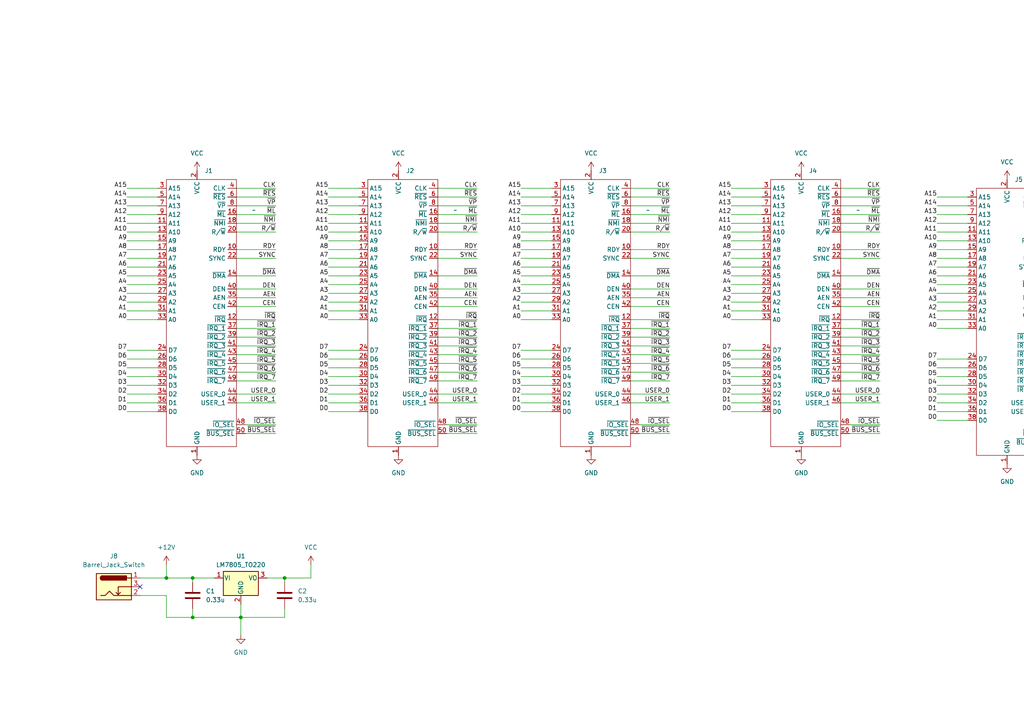
<source format=kicad_sch>
(kicad_sch (version 20230121) (generator eeschema)
  (paper "A4")
  (lib_symbols
    (symbol "Connector:Barrel_Jack_Switch" (pin_names hide)
      (property "Reference" "J" (at 0 5.334 0))
      (property "Value" "Barrel_Jack_Switch" (at 0 -5.08 0))
      (symbol "Barrel_Jack_Switch_0_1"
        (rectangle (start -5.08 3.81) (end 5.08 -3.81) (stroke (width 0.254)) (fill (type background)))
        (arc (start -3.302 3.175) (mid -3.9343 2.54) (end -3.302 1.905) (stroke (width 0.254)))
        (arc (start -3.302 3.175) (mid -3.9343 2.54) (end -3.302 1.905) (stroke (width 0.254)) (fill (type outline)))
        (polyline (pts (xy 1.27 -2.286) (xy 1.905 -1.651)) (stroke (width 0.254)))
        (polyline (pts (xy 5.08 2.54) (xy 3.81 2.54)) (stroke (width 0.254)))
        (polyline (pts (xy 5.08 0) (xy 1.27 0) (xy 1.27 -2.286) (xy 0.635 -1.651)) (stroke (width 0.254)))
        (polyline (pts (xy -3.81 -2.54) (xy -2.54 -2.54) (xy -1.27 -1.27) (xy 0 -2.54) (xy 2.54 -2.54) (xy 5.08 -2.54)) (stroke (width 0.254)))
        (rectangle (start 3.683 3.175) (end -3.302 1.905) (stroke (width 0.254)) (fill (type outline)))
      )
      (symbol "Barrel_Jack_Switch_1_1"
        (pin passive line (at 7.62 2.54 180) (length 2.54) (name "~") (number "1"))
        (pin passive line (at 7.62 -2.54 180) (length 2.54) (name "~") (number "2"))
        (pin passive line (at 7.62 0 180) (length 2.54) (name "~") (number "3"))
      )
    )
    (symbol "Device:C" (pin_numbers hide) (pin_names (offset 0.254))
      (property "Reference" "C" (at 0.635 2.54 0))
      (property "Value" "C" (at 0.635 -2.54 0))
      (symbol "C_0_1"
        (polyline (pts (xy -2.032 -0.762) (xy 2.032 -0.762)) (stroke (width 0.508)))
        (polyline (pts (xy -2.032 0.762) (xy 2.032 0.762)) (stroke (width 0.508)))
      )
      (symbol "C_1_1"
        (pin passive line (at 0 3.81 270) (length 2.794) (name "~") (number "1"))
        (pin passive line (at 0 -3.81 90) (length 2.794) (name "~") (number "2"))
      )
    )
    (symbol "Regulator_Linear:LM7805_TO220" (pin_names (offset 0.254))
      (property "Reference" "U" (at -3.81 3.175 0))
      (property "Value" "LM7805_TO220" (at 0 3.175 0))
      (symbol "LM7805_TO220_0_1"
        (rectangle (start -5.08 1.905) (end 5.08 -5.08) (stroke (width 0.254)) (fill (type background)))
      )
      (symbol "LM7805_TO220_1_1"
        (pin power_in line (at -7.62 0 0) (length 2.54) (name "VI") (number "1"))
        (pin power_in line (at 0 -7.62 90) (length 2.54) (name "GND") (number "2"))
        (pin power_out line (at 7.62 0 180) (length 2.54) (name "VO") (number "3"))
      )
    )
    (symbol "fp65:fp65_backplane"
      (property "Reference" "J" (at 2.54 35.56 0))
      (symbol "fp65_backplane_0_1"
        (rectangle (start -8.89 33.02) (end 11.43 -44.45))
      )
      (symbol "fp65_backplane_1_0"
        (pin input line (at 0 -46.99 90) (length 2.54) (name "GND") (number "1"))
        (pin input line (at 11.43 12.7 180) (length 2.54) (name "RDY") (number "10"))
        (pin input line (at -11.43 20.32 0) (length 2.54) (name "A11") (number "11"))
        (pin input line (at 11.43 -7.62 180) (length 2.54) (name "~{IRQ}") (number "12"))
        (pin input line (at -11.43 17.78 0) (length 2.54) (name "A10") (number "13"))
        (pin open_collector line (at 11.43 5.08 180) (length 2.54) (name "~{DMA}") (number "14"))
        (pin input line (at -11.43 15.24 0) (length 2.54) (name "A9") (number "15"))
        (pin input line (at 11.43 22.86 180) (length 2.54) (name "~{ML}") (number "16"))
        (pin input line (at -11.43 12.7 0) (length 2.54) (name "A8") (number "17"))
        (pin input line (at 11.43 20.32 180) (length 2.54) (name "~{NMI}") (number "18"))
        (pin input line (at -11.43 10.16 0) (length 2.54) (name "A7") (number "19"))
        (pin input line (at 0 35.56 270) (length 2.54) (name "VCC") (number "2"))
        (pin input line (at 11.43 17.78 180) (length 2.54) (name "R/~{W}") (number "20"))
        (pin input line (at -11.43 7.62 0) (length 2.54) (name "A6") (number "21"))
        (pin input line (at 11.43 10.16 180) (length 2.54) (name "SYNC") (number "22"))
        (pin input line (at -11.43 5.08 0) (length 2.54) (name "A5") (number "23"))
        (pin input line (at -11.43 -16.51 0) (length 2.54) (name "D7") (number "24"))
        (pin input line (at -11.43 2.54 0) (length 2.54) (name "A4") (number "25"))
        (pin input line (at -11.43 -19.05 0) (length 2.54) (name "D6") (number "26"))
        (pin input line (at -11.43 0 0) (length 2.54) (name "A3") (number "27"))
        (pin input line (at -11.43 -21.59 0) (length 2.54) (name "D5") (number "28"))
        (pin input line (at -11.43 -2.54 0) (length 2.54) (name "A2") (number "29"))
        (pin input line (at -11.43 -24.13 0) (length 2.54) (name "D4") (number "30"))
        (pin input line (at -11.43 -5.08 0) (length 2.54) (name "A1") (number "31"))
        (pin input line (at -11.43 -26.67 0) (length 2.54) (name "D3") (number "32"))
        (pin input line (at -11.43 -7.62 0) (length 2.54) (name "A0") (number "33"))
        (pin input line (at -11.43 -29.21 0) (length 2.54) (name "D2") (number "34"))
        (pin open_collector line (at 11.43 -1.27 180) (length 2.54) (name "AEN") (number "35"))
        (pin input line (at -11.43 -31.75 0) (length 2.54) (name "D1") (number "36"))
        (pin input line (at 11.43 -10.16 180) (length 2.54) (name "~{IRQ_1}") (number "37"))
        (pin input line (at -11.43 -34.29 0) (length 2.54) (name "D0") (number "38"))
        (pin input line (at 11.43 -12.7 180) (length 2.54) (name "~{IRQ_2}") (number "39"))
        (pin input line (at 11.43 30.48 180) (length 2.54) (name "CLK") (number "4"))
        (pin open_collector line (at 11.43 1.27 180) (length 2.54) (name "DEN") (number "40"))
        (pin input line (at 11.43 -15.24 180) (length 2.54) (name "~{IRQ_3}") (number "41"))
        (pin open_collector line (at 11.43 -3.81 180) (length 2.54) (name "CEN") (number "42"))
        (pin input line (at 11.43 -17.78 180) (length 2.54) (name "~{IRQ_4}") (number "43"))
        (pin input line (at 11.43 -29.21 180) (length 2.54) (name "USER_0") (number "44"))
        (pin input line (at 11.43 -20.32 180) (length 2.54) (name "~{IRQ_5}") (number "45"))
        (pin input line (at 11.43 -31.75 180) (length 2.54) (name "USER_1") (number "46"))
        (pin input line (at 11.43 -22.86 180) (length 2.54) (name "~{IRQ_6}") (number "47"))
        (pin input line (at 13.97 -38.1 180) (length 2.54) (name "~{IO_SEL}") (number "48"))
        (pin input line (at 11.43 -25.4 180) (length 2.54) (name "~{IRQ_7}") (number "49"))
        (pin input line (at -11.43 27.94 0) (length 2.54) (name "A14") (number "5"))
        (pin input line (at 13.97 -40.64 180) (length 2.54) (name "~{BUS_SEL}") (number "50"))
        (pin input line (at 11.43 27.94 180) (length 2.54) (name "~{RES}") (number "6"))
        (pin input line (at -11.43 25.4 0) (length 2.54) (name "A13") (number "7"))
        (pin input line (at 11.43 25.4 180) (length 2.54) (name "~{VP}") (number "8"))
        (pin input line (at -11.43 22.86 0) (length 2.54) (name "A12") (number "9"))
      )
      (symbol "fp65_backplane_1_1"
        (pin input line (at -11.43 30.48 0) (length 2.54) (name "A15") (number "3"))
      )
    )
    (symbol "power:+12V" (power) (pin_names (offset 0))
      (property "Value" "+12V" (at 0 3.556 0))
      (symbol "+12V_0_1"
        (polyline (pts (xy -0.762 1.27) (xy 0 2.54)))
        (polyline (pts (xy 0 0) (xy 0 2.54)))
        (polyline (pts (xy 0 2.54) (xy 0.762 1.27)))
      )
      (symbol "+12V_1_1"
        (pin power_in line (at 0 0 90) (length 0) hide (name "+12V") (number "1"))
      )
    )
    (symbol "power:GND" (power) (pin_names (offset 0))
      (property "Value" "GND" (at 0 -3.81 0))
      (symbol "GND_0_1"
        (polyline (pts (xy 0 0) (xy 0 -1.27) (xy 1.27 -1.27) (xy 0 -2.54) (xy -1.27 -1.27) (xy 0 -1.27)))
      )
      (symbol "GND_1_1"
        (pin power_in line (at 0 0 270) (length 0) hide (name "GND") (number "1"))
      )
    )
    (symbol "power:VCC" (power) (pin_names (offset 0))
      (property "Value" "VCC" (at 0 3.81 0))
      (symbol "VCC_0_1"
        (polyline (pts (xy -0.762 1.27) (xy 0 2.54)))
        (polyline (pts (xy 0 0) (xy 0 2.54)))
        (polyline (pts (xy 0 2.54) (xy 0.762 1.27)))
      )
      (symbol "VCC_1_1"
        (pin power_in line (at 0 0 90) (length 0) hide (name "VCC") (number "1"))
      )
    )
  )
  (junction (at 69.85 179.07))
  (junction (at 82.55 167.64))
  (junction (at 55.88 179.07))
  (junction (at 48.26 167.64))
  (junction (at 55.88 167.64))
  (no_connect (at 40.64 170.18))
  (wire (pts (xy 303.53 97.79) (xy 314.96 97.79)))
  (wire (pts (xy 80.01 123.19) (xy 71.12 123.19)))
  (wire (pts (xy 68.58 116.84) (xy 80.01 116.84)))
  (wire (pts (xy 212.09 114.3) (xy 220.98 114.3)))
  (wire (pts (xy 243.84 105.41) (xy 255.27 105.41)))
  (wire (pts (xy 271.78 111.76) (xy 280.67 111.76)))
  (wire (pts (xy 182.88 102.87) (xy 194.31 102.87)))
  (wire (pts (xy 55.88 179.07) (xy 69.85 179.07)))
  (wire (pts (xy 36.83 90.17) (xy 45.72 90.17)))
  (wire (pts (xy 332.74 110.49) (xy 341.63 110.49)))
  (wire (pts (xy 332.74 81.28) (xy 341.63 81.28)))
  (wire (pts (xy 314.96 128.27) (xy 306.07 128.27)))
  (wire (pts (xy 68.58 105.41) (xy 80.01 105.41)))
  (wire (pts (xy 36.83 114.3) (xy 45.72 114.3)))
  (wire (pts (xy 212.09 74.93) (xy 220.98 74.93)))
  (wire (pts (xy 364.49 60.96) (xy 375.92 60.96)))
  (wire (pts (xy 95.25 101.6) (xy 104.14 101.6)))
  (wire (pts (xy 95.25 85.09) (xy 104.14 85.09)))
  (wire (pts (xy 36.83 77.47) (xy 45.72 77.47)))
  (wire (pts (xy 80.01 125.73) (xy 71.12 125.73)))
  (wire (pts (xy 332.74 115.57) (xy 341.63 115.57)))
  (wire (pts (xy 82.55 167.64) (xy 82.55 168.91)))
  (wire (pts (xy 36.83 57.15) (xy 45.72 57.15)))
  (wire (pts (xy 332.74 86.36) (xy 341.63 86.36)))
  (wire (pts (xy 271.78 80.01) (xy 280.67 80.01)))
  (wire (pts (xy 332.74 60.96) (xy 341.63 60.96)))
  (wire (pts (xy 182.88 59.69) (xy 194.31 59.69)))
  (wire (pts (xy 364.49 120.65) (xy 375.92 120.65)))
  (wire (pts (xy 243.84 100.33) (xy 255.27 100.33)))
  (wire (pts (xy 127 59.69) (xy 138.43 59.69)))
  (wire (pts (xy 55.88 167.64) (xy 62.23 167.64)))
  (wire (pts (xy 332.74 120.65) (xy 341.63 120.65)))
  (wire (pts (xy 212.09 85.09) (xy 220.98 85.09)))
  (wire (pts (xy 127 88.9) (xy 138.43 88.9)))
  (wire (pts (xy 303.53 74.93) (xy 314.96 74.93)))
  (wire (pts (xy 182.88 80.01) (xy 194.31 80.01)))
  (wire (pts (xy 68.58 95.25) (xy 80.01 95.25)))
  (wire (pts (xy 90.17 163.83) (xy 90.17 167.64)))
  (wire (pts (xy 271.78 77.47) (xy 280.67 77.47)))
  (wire (pts (xy 151.13 106.68) (xy 160.02 106.68)))
  (wire (pts (xy 182.88 116.84) (xy 194.31 116.84)))
  (wire (pts (xy 303.53 113.03) (xy 314.96 113.03)))
  (wire (pts (xy 36.83 85.09) (xy 45.72 85.09)))
  (wire (pts (xy 364.49 111.76) (xy 375.92 111.76)))
  (wire (pts (xy 212.09 62.23) (xy 220.98 62.23)))
  (wire (pts (xy 332.74 91.44) (xy 341.63 91.44)))
  (wire (pts (xy 151.13 72.39) (xy 160.02 72.39)))
  (wire (pts (xy 151.13 104.14) (xy 160.02 104.14)))
  (wire (pts (xy 271.78 119.38) (xy 280.67 119.38)))
  (wire (pts (xy 182.88 97.79) (xy 194.31 97.79)))
  (wire (pts (xy 36.83 92.71) (xy 45.72 92.71)))
  (wire (pts (xy 364.49 83.82) (xy 375.92 83.82)))
  (wire (pts (xy 151.13 57.15) (xy 160.02 57.15)))
  (wire (pts (xy 151.13 119.38) (xy 160.02 119.38)))
  (wire (pts (xy 271.78 104.14) (xy 280.67 104.14)))
  (wire (pts (xy 68.58 72.39) (xy 80.01 72.39)))
  (wire (pts (xy 364.49 71.12) (xy 375.92 71.12)))
  (wire (pts (xy 303.53 62.23) (xy 314.96 62.23)))
  (wire (pts (xy 127 107.95) (xy 138.43 107.95)))
  (wire (pts (xy 271.78 59.69) (xy 280.67 59.69)))
  (wire (pts (xy 151.13 101.6) (xy 160.02 101.6)))
  (wire (pts (xy 69.85 175.26) (xy 69.85 179.07)))
  (wire (pts (xy 243.84 80.01) (xy 255.27 80.01)))
  (wire (pts (xy 127 62.23) (xy 138.43 62.23)))
  (wire (pts (xy 69.85 179.07) (xy 69.85 184.15)))
  (wire (pts (xy 151.13 85.09) (xy 160.02 85.09)))
  (wire (pts (xy 127 97.79) (xy 138.43 97.79)))
  (wire (pts (xy 212.09 82.55) (xy 220.98 82.55)))
  (wire (pts (xy 36.83 106.68) (xy 45.72 106.68)))
  (wire (pts (xy 182.88 88.9) (xy 194.31 88.9)))
  (wire (pts (xy 332.74 66.04) (xy 341.63 66.04)))
  (wire (pts (xy 332.74 83.82) (xy 341.63 83.82)))
  (wire (pts (xy 95.25 111.76) (xy 104.14 111.76)))
  (wire (pts (xy 303.53 119.38) (xy 314.96 119.38)))
  (wire (pts (xy 271.78 114.3) (xy 280.67 114.3)))
  (wire (pts (xy 90.17 167.64) (xy 82.55 167.64)))
  (wire (pts (xy 255.27 125.73) (xy 246.38 125.73)))
  (wire (pts (xy 332.74 76.2) (xy 341.63 76.2)))
  (wire (pts (xy 212.09 116.84) (xy 220.98 116.84)))
  (wire (pts (xy 127 83.82) (xy 138.43 83.82)))
  (wire (pts (xy 212.09 92.71) (xy 220.98 92.71)))
  (wire (pts (xy 364.49 99.06) (xy 375.92 99.06)))
  (wire (pts (xy 364.49 106.68) (xy 375.92 106.68)))
  (wire (pts (xy 243.84 62.23) (xy 255.27 62.23)))
  (wire (pts (xy 182.88 64.77) (xy 194.31 64.77)))
  (wire (pts (xy 151.13 67.31) (xy 160.02 67.31)))
  (wire (pts (xy 243.84 114.3) (xy 255.27 114.3)))
  (wire (pts (xy 82.55 167.64) (xy 77.47 167.64)))
  (wire (pts (xy 303.53 91.44) (xy 314.96 91.44)))
  (wire (pts (xy 332.74 58.42) (xy 341.63 58.42)))
  (wire (pts (xy 36.83 69.85) (xy 45.72 69.85)))
  (wire (pts (xy 95.25 92.71) (xy 104.14 92.71)))
  (wire (pts (xy 364.49 63.5) (xy 375.92 63.5)))
  (wire (pts (xy 36.83 54.61) (xy 45.72 54.61)))
  (wire (pts (xy 182.88 74.93) (xy 194.31 74.93)))
  (wire (pts (xy 303.53 67.31) (xy 314.96 67.31)))
  (wire (pts (xy 95.25 59.69) (xy 104.14 59.69)))
  (wire (pts (xy 82.55 176.53) (xy 82.55 179.07)))
  (wire (pts (xy 95.25 64.77) (xy 104.14 64.77)))
  (wire (pts (xy 138.43 125.73) (xy 129.54 125.73)))
  (wire (pts (xy 68.58 57.15) (xy 80.01 57.15)))
  (wire (pts (xy 68.58 83.82) (xy 80.01 83.82)))
  (wire (pts (xy 36.83 67.31) (xy 45.72 67.31)))
  (wire (pts (xy 68.58 62.23) (xy 80.01 62.23)))
  (wire (pts (xy 95.25 114.3) (xy 104.14 114.3)))
  (wire (pts (xy 271.78 109.22) (xy 280.67 109.22)))
  (wire (pts (xy 95.25 82.55) (xy 104.14 82.55)))
  (wire (pts (xy 127 100.33) (xy 138.43 100.33)))
  (wire (pts (xy 48.26 163.83) (xy 48.26 167.64)))
  (wire (pts (xy 151.13 111.76) (xy 160.02 111.76)))
  (wire (pts (xy 127 114.3) (xy 138.43 114.3)))
  (wire (pts (xy 243.84 67.31) (xy 255.27 67.31)))
  (wire (pts (xy 303.53 102.87) (xy 314.96 102.87)))
  (wire (pts (xy 182.88 86.36) (xy 194.31 86.36)))
  (wire (pts (xy 271.78 57.15) (xy 280.67 57.15)))
  (wire (pts (xy 127 57.15) (xy 138.43 57.15)))
  (wire (pts (xy 375.92 127) (xy 367.03 127)))
  (wire (pts (xy 271.78 92.71) (xy 280.67 92.71)))
  (wire (pts (xy 212.09 64.77) (xy 220.98 64.77)))
  (wire (pts (xy 314.96 125.73) (xy 306.07 125.73)))
  (wire (pts (xy 255.27 123.19) (xy 246.38 123.19)))
  (wire (pts (xy 48.26 167.64) (xy 55.88 167.64)))
  (wire (pts (xy 182.88 57.15) (xy 194.31 57.15)))
  (wire (pts (xy 127 92.71) (xy 138.43 92.71)))
  (wire (pts (xy 364.49 58.42) (xy 375.92 58.42)))
  (wire (pts (xy 212.09 54.61) (xy 220.98 54.61)))
  (wire (pts (xy 364.49 92.71) (xy 375.92 92.71)))
  (wire (pts (xy 332.74 113.03) (xy 341.63 113.03)))
  (wire (pts (xy 127 116.84) (xy 138.43 116.84)))
  (wire (pts (xy 151.13 116.84) (xy 160.02 116.84)))
  (wire (pts (xy 36.83 109.22) (xy 45.72 109.22)))
  (wire (pts (xy 364.49 109.22) (xy 375.92 109.22)))
  (wire (pts (xy 151.13 62.23) (xy 160.02 62.23)))
  (wire (pts (xy 182.88 100.33) (xy 194.31 100.33)))
  (wire (pts (xy 151.13 90.17) (xy 160.02 90.17)))
  (wire (pts (xy 243.84 64.77) (xy 255.27 64.77)))
  (wire (pts (xy 182.88 62.23) (xy 194.31 62.23)))
  (wire (pts (xy 303.53 82.55) (xy 314.96 82.55)))
  (wire (pts (xy 68.58 97.79) (xy 80.01 97.79)))
  (wire (pts (xy 95.25 57.15) (xy 104.14 57.15)))
  (wire (pts (xy 182.88 95.25) (xy 194.31 95.25)))
  (wire (pts (xy 332.74 63.5) (xy 341.63 63.5)))
  (wire (pts (xy 212.09 90.17) (xy 220.98 90.17)))
  (wire (pts (xy 271.78 72.39) (xy 280.67 72.39)))
  (wire (pts (xy 68.58 74.93) (xy 80.01 74.93)))
  (wire (pts (xy 364.49 101.6) (xy 375.92 101.6)))
  (wire (pts (xy 212.09 57.15) (xy 220.98 57.15)))
  (wire (pts (xy 48.26 172.72) (xy 48.26 179.07)))
  (wire (pts (xy 95.25 104.14) (xy 104.14 104.14)))
  (wire (pts (xy 364.49 76.2) (xy 375.92 76.2)))
  (wire (pts (xy 271.78 106.68) (xy 280.67 106.68)))
  (wire (pts (xy 182.88 114.3) (xy 194.31 114.3)))
  (wire (pts (xy 36.83 72.39) (xy 45.72 72.39)))
  (wire (pts (xy 36.83 74.93) (xy 45.72 74.93)))
  (wire (pts (xy 243.84 74.93) (xy 255.27 74.93)))
  (wire (pts (xy 151.13 92.71) (xy 160.02 92.71)))
  (wire (pts (xy 151.13 74.93) (xy 160.02 74.93)))
  (wire (pts (xy 36.83 111.76) (xy 45.72 111.76)))
  (wire (pts (xy 151.13 69.85) (xy 160.02 69.85)))
  (wire (pts (xy 151.13 59.69) (xy 160.02 59.69)))
  (wire (pts (xy 127 105.41) (xy 138.43 105.41)))
  (wire (pts (xy 36.83 59.69) (xy 45.72 59.69)))
  (wire (pts (xy 332.74 96.52) (xy 341.63 96.52)))
  (wire (pts (xy 36.83 101.6) (xy 45.72 101.6)))
  (wire (pts (xy 151.13 114.3) (xy 160.02 114.3)))
  (wire (pts (xy 182.88 107.95) (xy 194.31 107.95)))
  (wire (pts (xy 212.09 111.76) (xy 220.98 111.76)))
  (wire (pts (xy 68.58 88.9) (xy 80.01 88.9)))
  (wire (pts (xy 271.78 121.92) (xy 280.67 121.92)))
  (wire (pts (xy 364.49 114.3) (xy 375.92 114.3)))
  (wire (pts (xy 303.53 86.36) (xy 314.96 86.36)))
  (wire (pts (xy 127 95.25) (xy 138.43 95.25)))
  (wire (pts (xy 332.74 88.9) (xy 341.63 88.9)))
  (wire (pts (xy 303.53 105.41) (xy 314.96 105.41)))
  (wire (pts (xy 212.09 109.22) (xy 220.98 109.22)))
  (wire (pts (xy 364.49 66.04) (xy 375.92 66.04)))
  (wire (pts (xy 271.78 69.85) (xy 280.67 69.85)))
  (wire (pts (xy 95.25 109.22) (xy 104.14 109.22)))
  (wire (pts (xy 243.84 54.61) (xy 255.27 54.61)))
  (wire (pts (xy 303.53 59.69) (xy 314.96 59.69)))
  (wire (pts (xy 95.25 67.31) (xy 104.14 67.31)))
  (wire (pts (xy 364.49 87.63) (xy 375.92 87.63)))
  (wire (pts (xy 271.78 87.63) (xy 280.67 87.63)))
  (wire (pts (xy 364.49 78.74) (xy 375.92 78.74)))
  (wire (pts (xy 243.84 59.69) (xy 255.27 59.69)))
  (wire (pts (xy 127 102.87) (xy 138.43 102.87)))
  (wire (pts (xy 151.13 109.22) (xy 160.02 109.22)))
  (wire (pts (xy 151.13 64.77) (xy 160.02 64.77)))
  (wire (pts (xy 55.88 176.53) (xy 55.88 179.07)))
  (wire (pts (xy 332.74 107.95) (xy 341.63 107.95)))
  (wire (pts (xy 303.53 116.84) (xy 314.96 116.84)))
  (wire (pts (xy 95.25 119.38) (xy 104.14 119.38)))
  (wire (pts (xy 55.88 167.64) (xy 55.88 168.91)))
  (wire (pts (xy 95.25 77.47) (xy 104.14 77.47)))
  (wire (pts (xy 68.58 100.33) (xy 80.01 100.33)))
  (wire (pts (xy 271.78 64.77) (xy 280.67 64.77)))
  (wire (pts (xy 332.74 118.11) (xy 341.63 118.11)))
  (wire (pts (xy 36.83 80.01) (xy 45.72 80.01)))
  (wire (pts (xy 364.49 96.52) (xy 375.92 96.52)))
  (wire (pts (xy 303.53 95.25) (xy 314.96 95.25)))
  (wire (pts (xy 68.58 54.61) (xy 80.01 54.61)))
  (wire (pts (xy 36.83 62.23) (xy 45.72 62.23)))
  (wire (pts (xy 243.84 88.9) (xy 255.27 88.9)))
  (wire (pts (xy 271.78 116.84) (xy 280.67 116.84)))
  (wire (pts (xy 212.09 119.38) (xy 220.98 119.38)))
  (wire (pts (xy 95.25 87.63) (xy 104.14 87.63)))
  (wire (pts (xy 68.58 80.01) (xy 80.01 80.01)))
  (wire (pts (xy 212.09 106.68) (xy 220.98 106.68)))
  (wire (pts (xy 332.74 105.41) (xy 341.63 105.41)))
  (wire (pts (xy 68.58 59.69) (xy 80.01 59.69)))
  (wire (pts (xy 127 110.49) (xy 138.43 110.49)))
  (wire (pts (xy 95.25 74.93) (xy 104.14 74.93)))
  (wire (pts (xy 48.26 179.07) (xy 55.88 179.07)))
  (wire (pts (xy 95.25 62.23) (xy 104.14 62.23)))
  (wire (pts (xy 212.09 104.14) (xy 220.98 104.14)))
  (wire (pts (xy 68.58 64.77) (xy 80.01 64.77)))
  (wire (pts (xy 194.31 125.73) (xy 185.42 125.73)))
  (wire (pts (xy 127 86.36) (xy 138.43 86.36)))
  (wire (pts (xy 36.83 116.84) (xy 45.72 116.84)))
  (wire (pts (xy 364.49 68.58) (xy 375.92 68.58)))
  (wire (pts (xy 95.25 116.84) (xy 104.14 116.84)))
  (wire (pts (xy 68.58 92.71) (xy 80.01 92.71)))
  (wire (pts (xy 40.64 172.72) (xy 48.26 172.72)))
  (wire (pts (xy 271.78 85.09) (xy 280.67 85.09)))
  (wire (pts (xy 68.58 86.36) (xy 80.01 86.36)))
  (wire (pts (xy 212.09 67.31) (xy 220.98 67.31)))
  (wire (pts (xy 212.09 77.47) (xy 220.98 77.47)))
  (wire (pts (xy 68.58 114.3) (xy 80.01 114.3)))
  (wire (pts (xy 332.74 123.19) (xy 341.63 123.19)))
  (wire (pts (xy 243.84 72.39) (xy 255.27 72.39)))
  (wire (pts (xy 243.84 95.25) (xy 255.27 95.25)))
  (wire (pts (xy 303.53 100.33) (xy 314.96 100.33)))
  (wire (pts (xy 332.74 93.98) (xy 341.63 93.98)))
  (wire (pts (xy 271.78 62.23) (xy 280.67 62.23)))
  (wire (pts (xy 151.13 82.55) (xy 160.02 82.55)))
  (wire (pts (xy 243.84 83.82) (xy 255.27 83.82)))
  (wire (pts (xy 243.84 92.71) (xy 255.27 92.71)))
  (wire (pts (xy 127 80.01) (xy 138.43 80.01)))
  (wire (pts (xy 95.25 69.85) (xy 104.14 69.85)))
  (wire (pts (xy 151.13 77.47) (xy 160.02 77.47)))
  (wire (pts (xy 194.31 123.19) (xy 185.42 123.19)))
  (wire (pts (xy 127 64.77) (xy 138.43 64.77)))
  (wire (pts (xy 212.09 59.69) (xy 220.98 59.69)))
  (wire (pts (xy 332.74 73.66) (xy 341.63 73.66)))
  (wire (pts (xy 182.88 92.71) (xy 194.31 92.71)))
  (wire (pts (xy 95.25 90.17) (xy 104.14 90.17)))
  (wire (pts (xy 332.74 68.58) (xy 341.63 68.58)))
  (wire (pts (xy 303.53 107.95) (xy 314.96 107.95)))
  (wire (pts (xy 243.84 116.84) (xy 255.27 116.84)))
  (wire (pts (xy 95.25 80.01) (xy 104.14 80.01)))
  (wire (pts (xy 151.13 87.63) (xy 160.02 87.63)))
  (wire (pts (xy 243.84 97.79) (xy 255.27 97.79)))
  (wire (pts (xy 271.78 90.17) (xy 280.67 90.17)))
  (wire (pts (xy 303.53 77.47) (xy 314.96 77.47)))
  (wire (pts (xy 68.58 107.95) (xy 80.01 107.95)))
  (wire (pts (xy 68.58 102.87) (xy 80.01 102.87)))
  (wire (pts (xy 303.53 64.77) (xy 314.96 64.77)))
  (wire (pts (xy 151.13 80.01) (xy 160.02 80.01)))
  (wire (pts (xy 36.83 64.77) (xy 45.72 64.77)))
  (wire (pts (xy 127 72.39) (xy 138.43 72.39)))
  (wire (pts (xy 182.88 83.82) (xy 194.31 83.82)))
  (wire (pts (xy 212.09 87.63) (xy 220.98 87.63)))
  (wire (pts (xy 303.53 57.15) (xy 314.96 57.15)))
  (wire (pts (xy 332.74 78.74) (xy 341.63 78.74)))
  (wire (pts (xy 95.25 106.68) (xy 104.14 106.68)))
  (wire (pts (xy 271.78 74.93) (xy 280.67 74.93)))
  (wire (pts (xy 127 54.61) (xy 138.43 54.61)))
  (wire (pts (xy 127 67.31) (xy 138.43 67.31)))
  (wire (pts (xy 36.83 82.55) (xy 45.72 82.55)))
  (wire (pts (xy 36.83 119.38) (xy 45.72 119.38)))
  (wire (pts (xy 364.49 90.17) (xy 375.92 90.17)))
  (wire (pts (xy 243.84 102.87) (xy 255.27 102.87)))
  (wire (pts (xy 40.64 167.64) (xy 48.26 167.64)))
  (wire (pts (xy 68.58 110.49) (xy 80.01 110.49)))
  (wire (pts (xy 303.53 88.9) (xy 314.96 88.9)))
  (wire (pts (xy 182.88 67.31) (xy 194.31 67.31)))
  (wire (pts (xy 364.49 118.11) (xy 375.92 118.11)))
  (wire (pts (xy 69.85 179.07) (xy 82.55 179.07)))
  (wire (pts (xy 212.09 69.85) (xy 220.98 69.85)))
  (wire (pts (xy 364.49 104.14) (xy 375.92 104.14)))
  (wire (pts (xy 182.88 110.49) (xy 194.31 110.49)))
  (wire (pts (xy 243.84 107.95) (xy 255.27 107.95)))
  (wire (pts (xy 243.84 57.15) (xy 255.27 57.15)))
  (wire (pts (xy 127 74.93) (xy 138.43 74.93)))
  (wire (pts (xy 375.92 129.54) (xy 367.03 129.54)))
  (wire (pts (xy 182.88 72.39) (xy 194.31 72.39)))
  (wire (pts (xy 182.88 54.61) (xy 194.31 54.61)))
  (wire (pts (xy 303.53 69.85) (xy 314.96 69.85)))
  (wire (pts (xy 151.13 54.61) (xy 160.02 54.61)))
  (wire (pts (xy 36.83 87.63) (xy 45.72 87.63)))
  (wire (pts (xy 95.25 54.61) (xy 104.14 54.61)))
  (wire (pts (xy 212.09 80.01) (xy 220.98 80.01)))
  (wire (pts (xy 271.78 82.55) (xy 280.67 82.55)))
  (wire (pts (xy 212.09 101.6) (xy 220.98 101.6)))
  (wire (pts (xy 271.78 67.31) (xy 280.67 67.31)))
  (wire (pts (xy 271.78 95.25) (xy 280.67 95.25)))
  (wire (pts (xy 243.84 86.36) (xy 255.27 86.36)))
  (wire (pts (xy 303.53 110.49) (xy 314.96 110.49)))
  (wire (pts (xy 138.43 123.19) (xy 129.54 123.19)))
  (wire (pts (xy 36.83 104.14) (xy 45.72 104.14)))
  (wire (pts (xy 68.58 67.31) (xy 80.01 67.31)))
  (wire (pts (xy 212.09 72.39) (xy 220.98 72.39)))
  (wire (pts (xy 332.74 71.12) (xy 341.63 71.12)))
  (wire (pts (xy 243.84 110.49) (xy 255.27 110.49)))
  (wire (pts (xy 95.25 72.39) (xy 104.14 72.39)))
  (wire (pts (xy 182.88 105.41) (xy 194.31 105.41)))
  (label "~{IRQ}" (at 255.27 92.71 180))
  (label "~{IRQ}" (at 194.31 92.71 180))
  (label "USER_1" (at 314.96 119.38 180))
  (label "USER_0" (at 314.96 116.84 180))
  (label "~{VP}" (at 138.43 59.69 180))
  (label "~{ML}" (at 194.31 62.23 180))
  (label "~{IRQ}" (at 80.01 92.71 180))
  (label "SYNC" (at 194.31 74.93 180))
  (label "~{NMI}" (at 138.43 64.77 180))
  (label "~{IRQ_3}" (at 314.96 102.87 180))
  (label "~{RES}" (at 375.92 60.96 180))
  (label "A9" (at 271.78 72.39 180))
  (label "A4" (at 271.78 85.09 180))
  (label "DEN" (at 194.31 83.82 180))
  (label "~{IO_SEL}" (at 314.96 125.73 180))
  (label "~{IRQ_2}" (at 80.01 97.79 180))
  (label "~{IRQ_2}" (at 138.43 97.79 180))
  (label "DEN" (at 375.92 87.63 180))
  (label "~{IRQ}" (at 314.96 95.25 180))
  (label "CEN" (at 80.01 88.9 180))
  (label "~{IO_SEL}" (at 194.31 123.19 180))
  (label "CLK" (at 255.27 54.61 180))
  (label "DEN" (at 80.01 83.82 180))
  (label "D0" (at 95.25 119.38 180))
  (label "D0" (at 332.74 123.19 180))
  (label "~{IRQ_4}" (at 255.27 102.87 180))
  (label "~{IRQ_6}" (at 314.96 110.49 180))
  (label "~{ML}" (at 138.43 62.23 180))
  (label "~{IO_SEL}" (at 80.01 123.19 180))
  (label "D4" (at 271.78 111.76 180))
  (label "A3" (at 151.13 85.09 180))
  (label "A12" (at 95.25 62.23 180))
  (label "A5" (at 271.78 82.55 180))
  (label "~{BUS_SEL}" (at 375.92 129.54 180))
  (label "D1" (at 271.78 119.38 180))
  (label "~{NMI}" (at 375.92 68.58 180))
  (label "A0" (at 95.25 92.71 180))
  (label "SYNC" (at 138.43 74.93 180))
  (label "CEN" (at 314.96 91.44 180))
  (label "~{IRQ_5}" (at 80.01 105.41 180))
  (label "~{IRQ_6}" (at 255.27 107.95 180))
  (label "~{IRQ_3}" (at 194.31 100.33 180))
  (label "A13" (at 332.74 63.5 180))
  (label "A1" (at 271.78 92.71 180))
  (label "A7" (at 271.78 77.47 180))
  (label "A6" (at 212.09 77.47 180))
  (label "A11" (at 36.83 64.77 180))
  (label "A1" (at 212.09 90.17 180))
  (label "~{DMA}" (at 194.31 80.01 180))
  (label "D6" (at 271.78 106.68 180))
  (label "A8" (at 151.13 72.39 180))
  (label "SYNC" (at 375.92 78.74 180))
  (label "A1" (at 151.13 90.17 180))
  (label "USER_1" (at 255.27 116.84 180))
  (label "D5" (at 271.78 109.22 180))
  (label "~{BUS_SEL}" (at 194.31 125.73 180))
  (label "A4" (at 212.09 82.55 180))
  (label "~{IO_SEL}" (at 138.43 123.19 180))
  (label "DEN" (at 138.43 83.82 180))
  (label "A12" (at 151.13 62.23 180))
  (label "~{IRQ_5}" (at 314.96 107.95 180))
  (label "D7" (at 95.25 101.6 180))
  (label "~{NMI}" (at 314.96 67.31 180))
  (label "A0" (at 212.09 92.71 180))
  (label "~{IRQ_1}" (at 375.92 99.06 180))
  (label "A15" (at 332.74 58.42 180))
  (label "~{DMA}" (at 80.01 80.01 180))
  (label "~{IRQ_1}" (at 255.27 95.25 180))
  (label "CLK" (at 138.43 54.61 180))
  (label "A1" (at 95.25 90.17 180))
  (label "A10" (at 151.13 67.31 180))
  (label "A7" (at 95.25 74.93 180))
  (label "~{IRQ_5}" (at 138.43 105.41 180))
  (label "D5" (at 151.13 106.68 180))
  (label "D3" (at 95.25 111.76 180))
  (label "D3" (at 151.13 111.76 180))
  (label "A8" (at 271.78 74.93 180))
  (label "~{DMA}" (at 314.96 82.55 180))
  (label "D7" (at 151.13 101.6 180))
  (label "D1" (at 95.25 116.84 180))
  (label "A9" (at 332.74 73.66 180))
  (label "D7" (at 332.74 105.41 180))
  (label "~{IO_SEL}" (at 255.27 123.19 180))
  (label "A5" (at 95.25 80.01 180))
  (label "D6" (at 151.13 104.14 180))
  (label "A4" (at 332.74 86.36 180))
  (label "~{IRQ_7}" (at 314.96 113.03 180))
  (label "A10" (at 271.78 69.85 180))
  (label "D1" (at 212.09 116.84 180))
  (label "A3" (at 332.74 88.9 180))
  (label "A14" (at 271.78 59.69 180))
  (label "USER_0" (at 138.43 114.3 180))
  (label "A15" (at 212.09 54.61 180))
  (label "RDY" (at 255.27 72.39 180))
  (label "~{IRQ_1}" (at 80.01 95.25 180))
  (label "USER_0" (at 80.01 114.3 180))
  (label "A8" (at 332.74 76.2 180))
  (label "~{IRQ_2}" (at 375.92 101.6 180))
  (label "A4" (at 36.83 82.55 180))
  (label "D3" (at 212.09 111.76 180))
  (label "~{IRQ_1}" (at 194.31 95.25 180))
  (label "CLK" (at 375.92 58.42 180))
  (label "~{RES}" (at 138.43 57.15 180))
  (label "~{IRQ_5}" (at 194.31 105.41 180))
  (label "A0" (at 151.13 92.71 180))
  (label "D4" (at 36.83 109.22 180))
  (label "CEN" (at 255.27 88.9 180))
  (label "D6" (at 332.74 107.95 180))
  (label "D6" (at 212.09 104.14 180))
  (label "USER_1" (at 375.92 120.65 180))
  (label "A11" (at 95.25 64.77 180))
  (label "A14" (at 36.83 57.15 180))
  (label "D5" (at 332.74 110.49 180))
  (label "SYNC" (at 314.96 77.47 180))
  (label "D1" (at 36.83 116.84 180))
  (label "A5" (at 36.83 80.01 180))
  (label "A0" (at 271.78 95.25 180))
  (label "USER_1" (at 194.31 116.84 180))
  (label "~{IRQ_3}" (at 255.27 100.33 180))
  (label "SYNC" (at 255.27 74.93 180))
  (label "D2" (at 151.13 114.3 180))
  (label "~{IRQ_7}" (at 80.01 110.49 180))
  (label "~{DMA}" (at 375.92 83.82 180))
  (label "~{RES}" (at 80.01 57.15 180))
  (label "A3" (at 271.78 87.63 180))
  (label "~{BUS_SEL}" (at 80.01 125.73 180))
  (label "D5" (at 212.09 106.68 180))
  (label "A6" (at 151.13 77.47 180))
  (label "A14" (at 212.09 57.15 180))
  (label "A2" (at 151.13 87.63 180))
  (label "D3" (at 36.83 111.76 180))
  (label "USER_1" (at 138.43 116.84 180))
  (label "~{ML}" (at 375.92 66.04 180))
  (label "AEN" (at 255.27 86.36 180))
  (label "~{IRQ_3}" (at 138.43 100.33 180))
  (label "~{BUS_SEL}" (at 314.96 128.27 180))
  (label "A12" (at 36.83 62.23 180))
  (label "~{IRQ}" (at 375.92 96.52 180))
  (label "A4" (at 151.13 82.55 180))
  (label "~{ML}" (at 80.01 62.23 180))
  (label "DEN" (at 314.96 86.36 180))
  (label "A5" (at 212.09 80.01 180))
  (label "A11" (at 212.09 64.77 180))
  (label "A12" (at 271.78 64.77 180))
  (label "RDY" (at 138.43 72.39 180))
  (label "A14" (at 332.74 60.96 180))
  (label "A6" (at 95.25 77.47 180))
  (label "D6" (at 36.83 104.14 180))
  (label "D0" (at 36.83 119.38 180))
  (label "~{IRQ_5}" (at 375.92 109.22 180))
  (label "AEN" (at 375.92 90.17 180))
  (label "~{IRQ_2}" (at 194.31 97.79 180))
  (label "~{IRQ}" (at 138.43 92.71 180))
  (label "~{IRQ_4}" (at 138.43 102.87 180))
  (label "D0" (at 151.13 119.38 180))
  (label "A7" (at 332.74 78.74 180))
  (label "A11" (at 271.78 67.31 180))
  (label "R{slash}~{W}" (at 80.01 67.31 180))
  (label "D2" (at 95.25 114.3 180))
  (label "A2" (at 332.74 91.44 180))
  (label "A15" (at 151.13 54.61 180))
  (label "A5" (at 151.13 80.01 180))
  (label "A8" (at 36.83 72.39 180))
  (label "D7" (at 271.78 104.14 180))
  (label "~{NMI}" (at 80.01 64.77 180))
  (label "RDY" (at 80.01 72.39 180))
  (label "RDY" (at 375.92 76.2 180))
  (label "~{BUS_SEL}" (at 255.27 125.73 180))
  (label "R{slash}~{W}" (at 375.92 71.12 180))
  (label "A11" (at 332.74 68.58 180))
  (label "~{IRQ_3}" (at 80.01 100.33 180))
  (label "A15" (at 95.25 54.61 180))
  (label "~{RES}" (at 255.27 57.15 180))
  (label "~{DMA}" (at 255.27 80.01 180))
  (label "~{IRQ_7}" (at 255.27 110.49 180))
  (label "~{RES}" (at 314.96 59.69 180))
  (label "A2" (at 271.78 90.17 180))
  (label "A13" (at 36.83 59.69 180))
  (label "~{IRQ_4}" (at 375.92 106.68 180))
  (label "A14" (at 95.25 57.15 180))
  (label "A3" (at 95.25 85.09 180))
  (label "~{BUS_SEL}" (at 138.43 125.73 180))
  (label "D4" (at 332.74 113.03 180))
  (label "D5" (at 36.83 106.68 180))
  (label "~{RES}" (at 194.31 57.15 180))
  (label "D7" (at 212.09 101.6 180))
  (label "AEN" (at 194.31 86.36 180))
  (label "A12" (at 332.74 66.04 180))
  (label "~{NMI}" (at 255.27 64.77 180))
  (label "USER_1" (at 80.01 116.84 180))
  (label "D1" (at 332.74 120.65 180))
  (label "~{ML}" (at 255.27 62.23 180))
  (label "~{IRQ_2}" (at 255.27 97.79 180))
  (label "A0" (at 332.74 96.52 180))
  (label "A2" (at 36.83 87.63 180))
  (label "~{IRQ_6}" (at 80.01 107.95 180))
  (label "~{VP}" (at 314.96 62.23 180))
  (label "USER_0" (at 255.27 114.3 180))
  (label "~{IRQ_1}" (at 314.96 97.79 180))
  (label "D4" (at 212.09 109.22 180))
  (label "A7" (at 212.09 74.93 180))
  (label "~{ML}" (at 314.96 64.77 180))
  (label "CEN" (at 138.43 88.9 180))
  (label "RDY" (at 314.96 74.93 180))
  (label "~{NMI}" (at 194.31 64.77 180))
  (label "~{VP}" (at 255.27 59.69 180))
  (label "A6" (at 36.83 77.47 180))
  (label "USER_0" (at 375.92 118.11 180))
  (label "D3" (at 271.78 114.3 180))
  (label "AEN" (at 138.43 86.36 180))
  (label "D4" (at 151.13 109.22 180))
  (label "~{IRQ_6}" (at 138.43 107.95 180))
  (label "A2" (at 212.09 87.63 180))
  (label "AEN" (at 80.01 86.36 180))
  (label "D0" (at 212.09 119.38 180))
  (label "AEN" (at 314.96 88.9 180))
  (label "D5" (at 95.25 106.68 180))
  (label "D2" (at 271.78 116.84 180))
  (label "R{slash}~{W}" (at 194.31 67.31 180))
  (label "A5" (at 332.74 83.82 180))
  (label "SYNC" (at 80.01 74.93 180))
  (label "CLK" (at 314.96 57.15 180))
  (label "D4" (at 95.25 109.22 180))
  (label "A9" (at 36.83 69.85 180))
  (label "RDY" (at 194.31 72.39 180))
  (label "A12" (at 212.09 62.23 180))
  (label "A1" (at 36.83 90.17 180))
  (label "A11" (at 151.13 64.77 180))
  (label "A10" (at 212.09 67.31 180))
  (label "USER_0" (at 194.31 114.3 180))
  (label "~{IRQ_3}" (at 375.92 104.14 180))
  (label "D6" (at 95.25 104.14 180))
  (label "~{VP}" (at 375.92 63.5 180))
  (label "A6" (at 271.78 80.01 180))
  (label "~{IRQ_7}" (at 375.92 114.3 180))
  (label "~{VP}" (at 80.01 59.69 180))
  (label "A7" (at 151.13 74.93 180))
  (label "D2" (at 36.83 114.3 180))
  (label "A3" (at 212.09 85.09 180))
  (label "~{IRQ_4}" (at 194.31 102.87 180))
  (label "~{VP}" (at 194.31 59.69 180))
  (label "A3" (at 36.83 85.09 180))
  (label "R{slash}~{W}" (at 314.96 69.85 180))
  (label "A9" (at 151.13 69.85 180))
  (label "CEN" (at 194.31 88.9 180))
  (label "~{IRQ_5}" (at 255.27 105.41 180))
  (label "D1" (at 151.13 116.84 180))
  (label "~{IO_SEL}" (at 375.92 127 180))
  (label "CLK" (at 80.01 54.61 180))
  (label "CLK" (at 194.31 54.61 180))
  (label "~{IRQ_2}" (at 314.96 100.33 180))
  (label "A13" (at 95.25 59.69 180))
  (label "A2" (at 95.25 87.63 180))
  (label "A9" (at 95.25 69.85 180))
  (label "A6" (at 332.74 81.28 180))
  (label "A4" (at 95.25 82.55 180))
  (label "~{IRQ_6}" (at 194.31 107.95 180))
  (label "A13" (at 271.78 62.23 180))
  (label "A1" (at 332.74 93.98 180))
  (label "R{slash}~{W}" (at 138.43 67.31 180))
  (label "~{IRQ_7}" (at 138.43 110.49 180))
  (label "D2" (at 212.09 114.3 180))
  (label "A8" (at 212.09 72.39 180))
  (label "R{slash}~{W}" (at 255.27 67.31 180))
  (label "A13" (at 212.09 59.69 180))
  (label "A0" (at 36.83 92.71 180))
  (label "A10" (at 95.25 67.31 180))
  (label "D7" (at 36.83 101.6 180))
  (label "DEN" (at 255.27 83.82 180))
  (label "D2" (at 332.74 118.11 180))
  (label "A7" (at 36.83 74.93 180))
  (label "~{IRQ_4}" (at 80.01 102.87 180))
  (label "A9" (at 212.09 69.85 180))
  (label "~{IRQ_4}" (at 314.96 105.41 180))
  (label "A15" (at 36.83 54.61 180))
  (label "A10" (at 36.83 67.31 180))
  (label "A13" (at 151.13 59.69 180))
  (label "~{IRQ_6}" (at 375.92 111.76 180))
  (label "~{IRQ_7}" (at 194.31 110.49 180))
  (label "A10" (at 332.74 71.12 180))
  (label "A15" (at 271.78 57.15 180))
  (label "~{IRQ_1}" (at 138.43 95.25 180))
  (label "CEN" (at 375.92 92.71 180))
  (label "D3" (at 332.74 115.57 180))
  (label "~{DMA}" (at 138.43 80.01 180))
  (label "D0" (at 271.78 121.92 180))
  (label "A14" (at 151.13 57.15 180))
  (label "A8" (at 95.25 72.39 180))
  (symbol (lib_id "power:GND") (at 115.57 132.08 0) (unit 1)
    (property "Reference" "#PWR02" (effects hide))
    (property "Value" "GND" (at 115.57 137.16 0))
  )
  (symbol (lib_id "Device:C") (at 55.88 172.72 0) (unit 1)
    (property "Reference" "C1" (at 59.69 171.45 0) (effects (justify left)))
    (property "Value" "0.33u" (at 59.69 173.99 0) (effects (justify left)))
    (property "Footprint" "Capacitor_THT:C_Disc_D5.0mm_W2.5mm_P5.00mm" (effects hide))
  )
  (symbol (lib_id "power:GND") (at 292.1 134.62 0) (unit 1)
    (property "Reference" "#PWR013" (effects hide))
    (property "Value" "GND" (at 292.1 139.7 0))
  )
  (symbol (lib_id "fp65:fp65_backplane") (at 292.1 87.63 0) (unit 1)
    (property "Reference" "J5" (at 294.2941 52.07 0) (effects (justify left)))
    (property "Value" "~" (at 308.61 63.5 0))
    (property "Footprint" "Connector_PinSocket_2.54mm:PinSocket_2x25_P2.54mm_Vertical" (effects hide))
  )
  (symbol (lib_id "power:VCC") (at 171.45 49.53 0) (unit 1)
    (property "Reference" "#PWR08" (effects hide))
    (property "Value" "VCC" (at 171.45 44.45 0))
  )
  (symbol (lib_id "power:VCC") (at 57.15 49.53 0) (unit 1)
    (property "Reference" "#PWR05" (effects hide))
    (property "Value" "VCC" (at 57.15 44.45 0))
  )
  (symbol (lib_id "fp65:fp65_backplane") (at 115.57 85.09 0) (unit 1)
    (property "Reference" "J2" (at 117.7641 49.53 0) (effects (justify left)))
    (property "Value" "~" (at 132.08 60.96 0))
    (property "Footprint" "Connector_PinSocket_2.54mm:PinSocket_2x25_P2.54mm_Vertical" (effects hide))
  )
  (symbol (lib_id "power:GND") (at 69.85 184.15 0) (unit 1)
    (property "Reference" "#PWR04" (effects hide))
    (property "Value" "GND" (at 69.85 189.23 0))
  )
  (symbol (lib_id "fp65:fp65_backplane") (at 57.15 85.09 0) (unit 1)
    (property "Reference" "J1" (at 59.3441 49.53 0) (effects (justify left)))
    (property "Value" "~" (at 73.66 60.96 0))
    (property "Footprint" "Connector_PinSocket_2.54mm:PinSocket_2x25_P2.54mm_Horizontal" (effects hide))
  )
  (symbol (lib_id "power:VCC") (at 115.57 49.53 0) (unit 1)
    (property "Reference" "#PWR01" (effects hide))
    (property "Value" "VCC" (at 115.57 44.45 0))
  )
  (symbol (lib_id "power:VCC") (at 353.06 53.34 0) (unit 1)
    (property "Reference" "#PWR014" (effects hide))
    (property "Value" "VCC" (at 353.06 48.26 0))
  )
  (symbol (lib_id "power:GND") (at 171.45 132.08 0) (unit 1)
    (property "Reference" "#PWR09" (effects hide))
    (property "Value" "GND" (at 171.45 137.16 0))
  )
  (symbol (lib_id "Device:C") (at 82.55 172.72 0) (unit 1)
    (property "Reference" "C2" (at 86.36 171.45 0) (effects (justify left)))
    (property "Value" "0.33u" (at 86.36 173.99 0) (effects (justify left)))
    (property "Footprint" "Capacitor_THT:C_Disc_D5.0mm_W2.5mm_P5.00mm" (effects hide))
  )
  (symbol (lib_id "Regulator_Linear:LM7805_TO220") (at 69.85 167.64 0) (unit 1)
    (property "Reference" "U1" (at 69.85 161.29 0))
    (property "Value" "LM7805_TO220" (at 69.85 163.83 0))
    (property "Footprint" "Package_TO_SOT_THT:TO-220-3_Vertical" (effects hide))
    (property "Datasheet" "https://www.onsemi.cn/PowerSolutions/document/MC7800-D.PDF" (effects hide))
  )
  (symbol (lib_id "power:GND") (at 353.06 135.89 0) (unit 1)
    (property "Reference" "#PWR015" (effects hide))
    (property "Value" "GND" (at 353.06 140.97 0))
  )
  (symbol (lib_id "power:GND") (at 232.41 132.08 0) (unit 1)
    (property "Reference" "#PWR011" (effects hide))
    (property "Value" "GND" (at 232.41 137.16 0))
  )
  (symbol (lib_id "power:VCC") (at 90.17 163.83 0) (unit 1)
    (property "Reference" "#PWR03" (effects hide))
    (property "Value" "VCC" (at 90.17 158.75 0))
  )
  (symbol (lib_id "fp65:fp65_backplane") (at 232.41 85.09 0) (unit 1)
    (property "Reference" "J4" (at 234.6041 49.53 0) (effects (justify left)))
    (property "Value" "~" (at 248.92 60.96 0))
    (property "Footprint" "Connector_PinSocket_2.54mm:PinSocket_2x25_P2.54mm_Vertical" (effects hide))
  )
  (symbol (lib_id "power:+12V") (at 48.26 163.83 0) (unit 1)
    (property "Reference" "#PWR06" (effects hide))
    (property "Value" "+12V" (at 48.26 158.75 0))
  )
  (symbol (lib_id "power:VCC") (at 232.41 49.53 0) (unit 1)
    (property "Reference" "#PWR010" (effects hide))
    (property "Value" "VCC" (at 232.41 44.45 0))
  )
  (symbol (lib_id "power:VCC") (at 292.1 52.07 0) (unit 1)
    (property "Reference" "#PWR012" (effects hide))
    (property "Value" "VCC" (at 292.1 46.99 0))
  )
  (symbol (lib_id "Connector:Barrel_Jack_Switch") (at 33.02 170.18 0) (unit 1)
    (property "Reference" "J8" (at 33.02 161.29 0))
    (property "Value" "Barrel_Jack_Switch" (at 33.02 163.83 0))
    (property "Footprint" "Connector_BarrelJack:BarrelJack_GCT_DCJ200-10-A_Horizontal" (effects hide))
  )
  (symbol (lib_id "power:GND") (at 57.15 132.08 0) (unit 1)
    (property "Reference" "#PWR07" (effects hide))
    (property "Value" "GND" (at 57.15 137.16 0))
  )
  (symbol (lib_id "fp65:fp65_backplane") (at 171.45 85.09 0) (unit 1)
    (property "Reference" "J3" (at 173.6441 49.53 0) (effects (justify left)))
    (property "Value" "~" (at 187.96 60.96 0))
    (property "Footprint" "Connector_PinSocket_2.54mm:PinSocket_2x25_P2.54mm_Vertical" (effects hide))
  )
  (symbol (lib_id "fp65:fp65_backplane") (at 353.06 88.9 0) (unit 1)
    (property "Reference" "J6" (at 355.2541 53.34 0) (effects (justify left)))
    (property "Value" "~" (at 369.57 64.77 0))
    (property "Footprint" "Connector_PinHeader_2.54mm:PinHeader_2x25_P2.54mm_Horizontal" (effects hide))
  )
)
</source>
